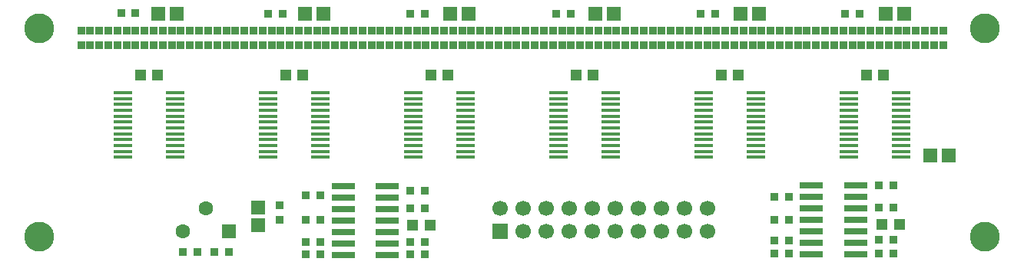
<source format=gts>
%FSLAX43Y43*%
%MOMM*%
G71*
G01*
G75*
G04 Layer_Color=8388736*
%ADD10R,0.800X0.800*%
%ADD11R,1.500X1.400*%
%ADD12R,0.800X0.800*%
%ADD13R,2.500X0.700*%
%ADD14R,1.100X1.100*%
%ADD15R,1.400X1.500*%
%ADD16R,2.000X0.350*%
%ADD17C,0.400*%
%ADD18C,0.200*%
%ADD19C,1.500*%
%ADD20R,1.500X1.500*%
%ADD21C,1.600*%
%ADD22R,1.600X1.600*%
%ADD23C,3.200*%
%ADD24C,0.800*%
%ADD25C,0.250*%
%ADD26C,0.600*%
%ADD27C,0.100*%
%ADD28R,0.900X0.900*%
%ADD29R,1.600X1.500*%
%ADD30R,0.900X0.900*%
%ADD31R,2.600X0.800*%
%ADD32R,1.200X1.200*%
%ADD33R,1.500X1.600*%
%ADD34R,2.100X0.450*%
%ADD35C,1.700*%
%ADD36R,1.700X1.700*%
%ADD37C,3.300*%
D21*
X69295Y54025D02*
D03*
X71835Y56565D02*
D03*
D22*
X74375Y54025D02*
D03*
D28*
X69300Y51800D02*
D03*
X70900D02*
D03*
X72800D02*
D03*
X74400D02*
D03*
X84500Y58000D02*
D03*
X82900D02*
D03*
X84500Y55300D02*
D03*
X82900D02*
D03*
Y52900D02*
D03*
X84500D02*
D03*
X82900Y51475D02*
D03*
X84500D02*
D03*
X94400Y58500D02*
D03*
X96000D02*
D03*
X94400Y56600D02*
D03*
X96000D02*
D03*
Y52900D02*
D03*
X94400D02*
D03*
X96000Y51475D02*
D03*
X94400D02*
D03*
X136100Y53000D02*
D03*
X134500D02*
D03*
Y51600D02*
D03*
X136100D02*
D03*
Y57900D02*
D03*
X134500D02*
D03*
X136100Y55300D02*
D03*
X134500D02*
D03*
X146000Y59100D02*
D03*
X147600D02*
D03*
X146000Y56700D02*
D03*
X147600D02*
D03*
Y51600D02*
D03*
X146000D02*
D03*
X147600Y53100D02*
D03*
X146000D02*
D03*
X78700Y78100D02*
D03*
X80300D02*
D03*
X94400D02*
D03*
X96000D02*
D03*
X110500D02*
D03*
X112100D02*
D03*
X142300D02*
D03*
X143900D02*
D03*
X126400D02*
D03*
X128000D02*
D03*
X62500Y78200D02*
D03*
X64100D02*
D03*
D29*
X77600Y56700D02*
D03*
Y54700D02*
D03*
D30*
X80000Y55300D02*
D03*
Y56900D02*
D03*
X153100Y76200D02*
D03*
Y74600D02*
D03*
X152100Y76200D02*
D03*
Y74600D02*
D03*
X151100Y76200D02*
D03*
Y74600D02*
D03*
X150100Y76200D02*
D03*
Y74600D02*
D03*
X149100Y76200D02*
D03*
Y74600D02*
D03*
X148100Y76200D02*
D03*
Y74600D02*
D03*
X147100Y76200D02*
D03*
Y74600D02*
D03*
X146100Y76200D02*
D03*
Y74600D02*
D03*
X145100Y76200D02*
D03*
Y74600D02*
D03*
X144100Y76200D02*
D03*
Y74600D02*
D03*
X143100Y76200D02*
D03*
Y74600D02*
D03*
X142100Y76200D02*
D03*
Y74600D02*
D03*
X141100Y76200D02*
D03*
Y74600D02*
D03*
X140100Y76200D02*
D03*
Y74600D02*
D03*
X139100Y76200D02*
D03*
Y74600D02*
D03*
X138100Y76200D02*
D03*
Y74600D02*
D03*
X137100Y76200D02*
D03*
Y74600D02*
D03*
X136100Y76200D02*
D03*
Y74600D02*
D03*
X135100Y76200D02*
D03*
Y74600D02*
D03*
X134100Y76200D02*
D03*
Y74600D02*
D03*
X133100Y76200D02*
D03*
Y74600D02*
D03*
X132100Y76200D02*
D03*
Y74600D02*
D03*
X131100Y76200D02*
D03*
Y74600D02*
D03*
X130100Y76200D02*
D03*
Y74600D02*
D03*
X129100Y76200D02*
D03*
Y74600D02*
D03*
X128100Y76200D02*
D03*
Y74600D02*
D03*
X127100Y76200D02*
D03*
Y74600D02*
D03*
X126100Y76200D02*
D03*
Y74600D02*
D03*
X125100Y76200D02*
D03*
Y74600D02*
D03*
X124100Y76200D02*
D03*
Y74600D02*
D03*
X123100Y76200D02*
D03*
Y74600D02*
D03*
X122100Y76200D02*
D03*
Y74600D02*
D03*
X121100Y76200D02*
D03*
Y74600D02*
D03*
X120100Y76200D02*
D03*
Y74600D02*
D03*
X119100Y76200D02*
D03*
Y74600D02*
D03*
X118100Y76200D02*
D03*
Y74600D02*
D03*
X117100Y76200D02*
D03*
Y74600D02*
D03*
X116100Y76200D02*
D03*
Y74600D02*
D03*
X115100Y76200D02*
D03*
Y74600D02*
D03*
X114100Y76200D02*
D03*
Y74600D02*
D03*
X113100Y76200D02*
D03*
Y74600D02*
D03*
X112100Y76200D02*
D03*
Y74600D02*
D03*
X111100Y76200D02*
D03*
Y74600D02*
D03*
X110100Y76200D02*
D03*
Y74600D02*
D03*
X109100Y76200D02*
D03*
Y74600D02*
D03*
X108100Y76200D02*
D03*
Y74600D02*
D03*
X107100Y76200D02*
D03*
Y74600D02*
D03*
X106100Y76200D02*
D03*
Y74600D02*
D03*
X105100Y76200D02*
D03*
Y74600D02*
D03*
X104100Y76200D02*
D03*
Y74600D02*
D03*
X103100Y76200D02*
D03*
Y74600D02*
D03*
X102100Y76200D02*
D03*
Y74600D02*
D03*
X101100Y76200D02*
D03*
Y74600D02*
D03*
X100100Y76200D02*
D03*
Y74600D02*
D03*
X99100Y76200D02*
D03*
Y74600D02*
D03*
X98100Y76200D02*
D03*
Y74600D02*
D03*
X97100Y76200D02*
D03*
Y74600D02*
D03*
X96100Y76200D02*
D03*
Y74600D02*
D03*
X95100Y76200D02*
D03*
Y74600D02*
D03*
X94100Y76200D02*
D03*
Y74600D02*
D03*
X93100Y76200D02*
D03*
Y74600D02*
D03*
X92100Y76200D02*
D03*
Y74600D02*
D03*
X91100Y76200D02*
D03*
Y74600D02*
D03*
X90100Y76200D02*
D03*
Y74600D02*
D03*
X89100Y76200D02*
D03*
Y74600D02*
D03*
X88100Y76200D02*
D03*
Y74600D02*
D03*
X87100Y76200D02*
D03*
Y74600D02*
D03*
X86100Y76200D02*
D03*
Y74600D02*
D03*
X85100Y76200D02*
D03*
Y74600D02*
D03*
X84100Y76200D02*
D03*
Y74600D02*
D03*
X83100Y76200D02*
D03*
Y74600D02*
D03*
X82100Y76200D02*
D03*
Y74600D02*
D03*
X81100Y76200D02*
D03*
Y74600D02*
D03*
X80100Y76200D02*
D03*
Y74600D02*
D03*
X79100Y76200D02*
D03*
Y74600D02*
D03*
X78100Y76200D02*
D03*
Y74600D02*
D03*
X77100Y76200D02*
D03*
Y74600D02*
D03*
X76100Y76200D02*
D03*
Y74600D02*
D03*
X75100Y76200D02*
D03*
Y74600D02*
D03*
X74100Y76200D02*
D03*
Y74600D02*
D03*
X73100Y76200D02*
D03*
Y74600D02*
D03*
X72100Y76200D02*
D03*
Y74600D02*
D03*
X71100Y76200D02*
D03*
Y74600D02*
D03*
X70100D02*
D03*
Y76200D02*
D03*
X69100D02*
D03*
Y74600D02*
D03*
X68100Y76200D02*
D03*
Y74600D02*
D03*
X67100D02*
D03*
Y76200D02*
D03*
X66100Y74600D02*
D03*
Y76200D02*
D03*
X65100D02*
D03*
Y74600D02*
D03*
X64100Y76200D02*
D03*
Y74600D02*
D03*
X63100D02*
D03*
Y76200D02*
D03*
X62100D02*
D03*
Y74600D02*
D03*
X61100Y76200D02*
D03*
Y74600D02*
D03*
X60100Y76200D02*
D03*
Y74600D02*
D03*
X59100D02*
D03*
Y76200D02*
D03*
X58100Y74600D02*
D03*
Y76200D02*
D03*
D31*
X91875Y51465D02*
D03*
Y52735D02*
D03*
Y54005D02*
D03*
Y55275D02*
D03*
Y56545D02*
D03*
Y57815D02*
D03*
Y59085D02*
D03*
X86975Y51465D02*
D03*
Y52735D02*
D03*
Y54005D02*
D03*
Y55275D02*
D03*
Y56545D02*
D03*
Y57815D02*
D03*
Y59085D02*
D03*
X143500Y51540D02*
D03*
Y52810D02*
D03*
Y54080D02*
D03*
Y55350D02*
D03*
Y56620D02*
D03*
Y57890D02*
D03*
Y59160D02*
D03*
X138600Y51540D02*
D03*
Y52810D02*
D03*
Y54080D02*
D03*
Y55350D02*
D03*
Y56620D02*
D03*
Y57890D02*
D03*
Y59160D02*
D03*
D32*
X94650Y54700D02*
D03*
X96550D02*
D03*
X146400Y54850D02*
D03*
X148300D02*
D03*
X146550Y71300D02*
D03*
X144650D02*
D03*
X130550D02*
D03*
X128650D02*
D03*
X114550D02*
D03*
X112650D02*
D03*
X64650D02*
D03*
X66550D02*
D03*
X82550D02*
D03*
X80650D02*
D03*
X98550D02*
D03*
X96650D02*
D03*
D33*
X151700Y62400D02*
D03*
X153700D02*
D03*
X66600Y78100D02*
D03*
X68600D02*
D03*
X82800D02*
D03*
X84800D02*
D03*
X98800D02*
D03*
X100800D02*
D03*
X114800D02*
D03*
X116800D02*
D03*
X130800D02*
D03*
X132800D02*
D03*
X146800D02*
D03*
X148800D02*
D03*
D34*
X142700Y69375D02*
D03*
Y68725D02*
D03*
Y68075D02*
D03*
Y67425D02*
D03*
Y66775D02*
D03*
Y66125D02*
D03*
Y65475D02*
D03*
Y64825D02*
D03*
Y64175D02*
D03*
Y63525D02*
D03*
Y62875D02*
D03*
Y62225D02*
D03*
X148500Y69375D02*
D03*
Y68725D02*
D03*
Y68075D02*
D03*
Y67425D02*
D03*
Y66775D02*
D03*
Y66125D02*
D03*
Y65475D02*
D03*
Y64825D02*
D03*
Y64175D02*
D03*
Y63525D02*
D03*
Y62875D02*
D03*
Y62225D02*
D03*
X126700Y69375D02*
D03*
Y68725D02*
D03*
Y68075D02*
D03*
Y67425D02*
D03*
Y66775D02*
D03*
Y66125D02*
D03*
Y65475D02*
D03*
Y64825D02*
D03*
Y64175D02*
D03*
Y63525D02*
D03*
Y62875D02*
D03*
Y62225D02*
D03*
X132500Y69375D02*
D03*
Y68725D02*
D03*
Y68075D02*
D03*
Y67425D02*
D03*
Y66775D02*
D03*
Y66125D02*
D03*
Y65475D02*
D03*
Y64825D02*
D03*
Y64175D02*
D03*
Y63525D02*
D03*
Y62875D02*
D03*
Y62225D02*
D03*
X110700Y69375D02*
D03*
Y68725D02*
D03*
Y68075D02*
D03*
Y67425D02*
D03*
Y66775D02*
D03*
Y66125D02*
D03*
Y65475D02*
D03*
Y64825D02*
D03*
Y64175D02*
D03*
Y63525D02*
D03*
Y62875D02*
D03*
Y62225D02*
D03*
X116500Y69375D02*
D03*
Y68725D02*
D03*
Y68075D02*
D03*
Y67425D02*
D03*
Y66775D02*
D03*
Y66125D02*
D03*
Y65475D02*
D03*
Y64825D02*
D03*
Y64175D02*
D03*
Y63525D02*
D03*
Y62875D02*
D03*
Y62225D02*
D03*
X62700Y69375D02*
D03*
Y68725D02*
D03*
Y68075D02*
D03*
Y67425D02*
D03*
Y66775D02*
D03*
Y66125D02*
D03*
Y65475D02*
D03*
Y64825D02*
D03*
Y64175D02*
D03*
Y63525D02*
D03*
Y62875D02*
D03*
Y62225D02*
D03*
X68500Y69375D02*
D03*
Y68725D02*
D03*
Y68075D02*
D03*
Y67425D02*
D03*
Y66775D02*
D03*
Y66125D02*
D03*
Y65475D02*
D03*
Y64825D02*
D03*
Y64175D02*
D03*
Y63525D02*
D03*
Y62875D02*
D03*
Y62225D02*
D03*
X78700Y69375D02*
D03*
Y68725D02*
D03*
Y68075D02*
D03*
Y67425D02*
D03*
Y66775D02*
D03*
Y66125D02*
D03*
Y65475D02*
D03*
Y64825D02*
D03*
Y64175D02*
D03*
Y63525D02*
D03*
Y62875D02*
D03*
Y62225D02*
D03*
X84500Y69375D02*
D03*
Y68725D02*
D03*
Y68075D02*
D03*
Y67425D02*
D03*
Y66775D02*
D03*
Y66125D02*
D03*
Y65475D02*
D03*
Y64825D02*
D03*
Y64175D02*
D03*
Y63525D02*
D03*
Y62875D02*
D03*
Y62225D02*
D03*
X94700Y69375D02*
D03*
Y68725D02*
D03*
Y68075D02*
D03*
Y67425D02*
D03*
Y66775D02*
D03*
Y66125D02*
D03*
Y65475D02*
D03*
Y64825D02*
D03*
Y64175D02*
D03*
Y63525D02*
D03*
Y62875D02*
D03*
Y62225D02*
D03*
X100500Y69375D02*
D03*
Y68725D02*
D03*
Y68075D02*
D03*
Y67425D02*
D03*
Y66775D02*
D03*
Y66125D02*
D03*
Y65475D02*
D03*
Y64825D02*
D03*
Y64175D02*
D03*
Y63525D02*
D03*
Y62875D02*
D03*
Y62225D02*
D03*
D35*
X122050Y54030D02*
D03*
X119510D02*
D03*
X116970D02*
D03*
X122050Y56570D02*
D03*
X119510D02*
D03*
X116970D02*
D03*
X124590D02*
D03*
X124560Y54030D02*
D03*
X127130D02*
D03*
Y56570D02*
D03*
X114430D02*
D03*
Y54030D02*
D03*
X111860D02*
D03*
X111890Y56570D02*
D03*
X104270D02*
D03*
X106810D02*
D03*
X109350D02*
D03*
X106810Y54030D02*
D03*
X109350D02*
D03*
D36*
X104270D02*
D03*
D37*
X53500Y53500D02*
D03*
Y76500D02*
D03*
X157700Y53500D02*
D03*
Y76500D02*
D03*
M02*

</source>
